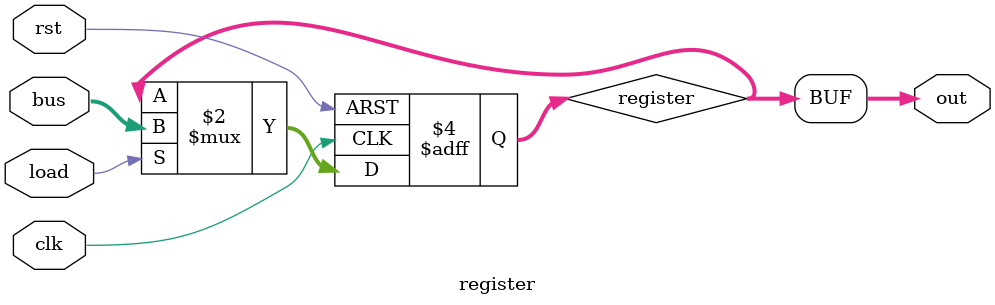
<source format=v>
module register (
    input           clk,
    input           rst,
    input           load,
    input   [7:0]   bus,

    output  [7:0]   out
);
    reg     [7:0]   register;

    always @(posedge clk or posedge rst) begin
        if (rst) register <= 8'b0; 
        else if (load) register <= bus;
    end

    assign out = register;
endmodule
</source>
